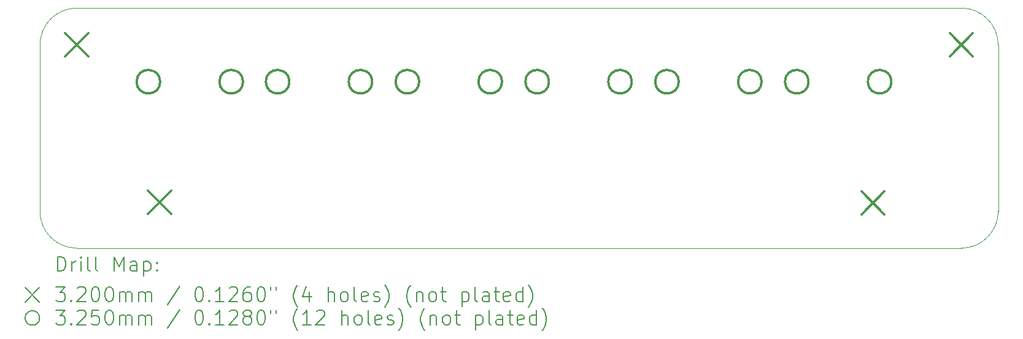
<source format=gbr>
%TF.GenerationSoftware,KiCad,Pcbnew,7.0.1*%
%TF.CreationDate,2023-07-05T16:18:23-05:00*%
%TF.ProjectId,pn5180 mcp23008 breakout board,706e3531-3830-4206-9d63-703233303038,rev?*%
%TF.SameCoordinates,Original*%
%TF.FileFunction,Drillmap*%
%TF.FilePolarity,Positive*%
%FSLAX45Y45*%
G04 Gerber Fmt 4.5, Leading zero omitted, Abs format (unit mm)*
G04 Created by KiCad (PCBNEW 7.0.1) date 2023-07-05 16:18:23*
%MOMM*%
%LPD*%
G01*
G04 APERTURE LIST*
%ADD10C,0.100000*%
%ADD11C,0.200000*%
%ADD12C,0.320000*%
%ADD13C,0.325000*%
G04 APERTURE END LIST*
D10*
X21069300Y-10795000D02*
X8864600Y-10795000D01*
X8356600Y-7988300D02*
X8356600Y-10287000D01*
X8864600Y-7480300D02*
X21069300Y-7480300D01*
X21577300Y-7988300D02*
X21577300Y-10287000D01*
X21577300Y-7988300D02*
G75*
G03*
X21069300Y-7480300I-508000J0D01*
G01*
X8864600Y-7480300D02*
G75*
G03*
X8356600Y-7988300I0J-508000D01*
G01*
X8356600Y-10287000D02*
G75*
G03*
X8864600Y-10795000I508000J0D01*
G01*
X21069300Y-10795000D02*
G75*
G03*
X21577300Y-10287000I0J508000D01*
G01*
D11*
D12*
X8704600Y-7828300D02*
X9024600Y-8148300D01*
X9024600Y-7828300D02*
X8704600Y-8148300D01*
X9847600Y-10000000D02*
X10167600Y-10320000D01*
X10167600Y-10000000D02*
X9847600Y-10320000D01*
X19690100Y-10012700D02*
X20010100Y-10332700D01*
X20010100Y-10012700D02*
X19690100Y-10332700D01*
X20909300Y-7828300D02*
X21229300Y-8148300D01*
X21229300Y-7828300D02*
X20909300Y-8148300D01*
D13*
X10015400Y-8496500D02*
G75*
G03*
X10015400Y-8496500I-162500J0D01*
G01*
X11158400Y-8496500D02*
G75*
G03*
X11158400Y-8496500I-162500J0D01*
G01*
X11798000Y-8496500D02*
G75*
G03*
X11798000Y-8496500I-162500J0D01*
G01*
X12941000Y-8496500D02*
G75*
G03*
X12941000Y-8496500I-162500J0D01*
G01*
X13588700Y-8496500D02*
G75*
G03*
X13588700Y-8496500I-162500J0D01*
G01*
X14731700Y-8496500D02*
G75*
G03*
X14731700Y-8496500I-162500J0D01*
G01*
X15379400Y-8496500D02*
G75*
G03*
X15379400Y-8496500I-162500J0D01*
G01*
X16522400Y-8496500D02*
G75*
G03*
X16522400Y-8496500I-162500J0D01*
G01*
X17170100Y-8496500D02*
G75*
G03*
X17170100Y-8496500I-162500J0D01*
G01*
X18313100Y-8496500D02*
G75*
G03*
X18313100Y-8496500I-162500J0D01*
G01*
X18960800Y-8496500D02*
G75*
G03*
X18960800Y-8496500I-162500J0D01*
G01*
X20103800Y-8496500D02*
G75*
G03*
X20103800Y-8496500I-162500J0D01*
G01*
D11*
X8599219Y-11112524D02*
X8599219Y-10912524D01*
X8599219Y-10912524D02*
X8646838Y-10912524D01*
X8646838Y-10912524D02*
X8675410Y-10922048D01*
X8675410Y-10922048D02*
X8694457Y-10941095D01*
X8694457Y-10941095D02*
X8703981Y-10960143D01*
X8703981Y-10960143D02*
X8713505Y-10998238D01*
X8713505Y-10998238D02*
X8713505Y-11026810D01*
X8713505Y-11026810D02*
X8703981Y-11064905D01*
X8703981Y-11064905D02*
X8694457Y-11083952D01*
X8694457Y-11083952D02*
X8675410Y-11103000D01*
X8675410Y-11103000D02*
X8646838Y-11112524D01*
X8646838Y-11112524D02*
X8599219Y-11112524D01*
X8799219Y-11112524D02*
X8799219Y-10979190D01*
X8799219Y-11017286D02*
X8808743Y-10998238D01*
X8808743Y-10998238D02*
X8818267Y-10988714D01*
X8818267Y-10988714D02*
X8837314Y-10979190D01*
X8837314Y-10979190D02*
X8856362Y-10979190D01*
X8923029Y-11112524D02*
X8923029Y-10979190D01*
X8923029Y-10912524D02*
X8913505Y-10922048D01*
X8913505Y-10922048D02*
X8923029Y-10931571D01*
X8923029Y-10931571D02*
X8932552Y-10922048D01*
X8932552Y-10922048D02*
X8923029Y-10912524D01*
X8923029Y-10912524D02*
X8923029Y-10931571D01*
X9046838Y-11112524D02*
X9027790Y-11103000D01*
X9027790Y-11103000D02*
X9018267Y-11083952D01*
X9018267Y-11083952D02*
X9018267Y-10912524D01*
X9151600Y-11112524D02*
X9132552Y-11103000D01*
X9132552Y-11103000D02*
X9123029Y-11083952D01*
X9123029Y-11083952D02*
X9123029Y-10912524D01*
X9380171Y-11112524D02*
X9380171Y-10912524D01*
X9380171Y-10912524D02*
X9446838Y-11055381D01*
X9446838Y-11055381D02*
X9513505Y-10912524D01*
X9513505Y-10912524D02*
X9513505Y-11112524D01*
X9694457Y-11112524D02*
X9694457Y-11007762D01*
X9694457Y-11007762D02*
X9684933Y-10988714D01*
X9684933Y-10988714D02*
X9665886Y-10979190D01*
X9665886Y-10979190D02*
X9627790Y-10979190D01*
X9627790Y-10979190D02*
X9608743Y-10988714D01*
X9694457Y-11103000D02*
X9675410Y-11112524D01*
X9675410Y-11112524D02*
X9627790Y-11112524D01*
X9627790Y-11112524D02*
X9608743Y-11103000D01*
X9608743Y-11103000D02*
X9599219Y-11083952D01*
X9599219Y-11083952D02*
X9599219Y-11064905D01*
X9599219Y-11064905D02*
X9608743Y-11045857D01*
X9608743Y-11045857D02*
X9627790Y-11036333D01*
X9627790Y-11036333D02*
X9675410Y-11036333D01*
X9675410Y-11036333D02*
X9694457Y-11026810D01*
X9789695Y-10979190D02*
X9789695Y-11179190D01*
X9789695Y-10988714D02*
X9808743Y-10979190D01*
X9808743Y-10979190D02*
X9846838Y-10979190D01*
X9846838Y-10979190D02*
X9865886Y-10988714D01*
X9865886Y-10988714D02*
X9875410Y-10998238D01*
X9875410Y-10998238D02*
X9884933Y-11017286D01*
X9884933Y-11017286D02*
X9884933Y-11074429D01*
X9884933Y-11074429D02*
X9875410Y-11093476D01*
X9875410Y-11093476D02*
X9865886Y-11103000D01*
X9865886Y-11103000D02*
X9846838Y-11112524D01*
X9846838Y-11112524D02*
X9808743Y-11112524D01*
X9808743Y-11112524D02*
X9789695Y-11103000D01*
X9970648Y-11093476D02*
X9980171Y-11103000D01*
X9980171Y-11103000D02*
X9970648Y-11112524D01*
X9970648Y-11112524D02*
X9961124Y-11103000D01*
X9961124Y-11103000D02*
X9970648Y-11093476D01*
X9970648Y-11093476D02*
X9970648Y-11112524D01*
X9970648Y-10988714D02*
X9980171Y-10998238D01*
X9980171Y-10998238D02*
X9970648Y-11007762D01*
X9970648Y-11007762D02*
X9961124Y-10998238D01*
X9961124Y-10998238D02*
X9970648Y-10988714D01*
X9970648Y-10988714D02*
X9970648Y-11007762D01*
X8151600Y-11340000D02*
X8351600Y-11540000D01*
X8351600Y-11340000D02*
X8151600Y-11540000D01*
X8580171Y-11332524D02*
X8703981Y-11332524D01*
X8703981Y-11332524D02*
X8637314Y-11408714D01*
X8637314Y-11408714D02*
X8665886Y-11408714D01*
X8665886Y-11408714D02*
X8684933Y-11418238D01*
X8684933Y-11418238D02*
X8694457Y-11427762D01*
X8694457Y-11427762D02*
X8703981Y-11446809D01*
X8703981Y-11446809D02*
X8703981Y-11494428D01*
X8703981Y-11494428D02*
X8694457Y-11513476D01*
X8694457Y-11513476D02*
X8684933Y-11523000D01*
X8684933Y-11523000D02*
X8665886Y-11532524D01*
X8665886Y-11532524D02*
X8608743Y-11532524D01*
X8608743Y-11532524D02*
X8589695Y-11523000D01*
X8589695Y-11523000D02*
X8580171Y-11513476D01*
X8789695Y-11513476D02*
X8799219Y-11523000D01*
X8799219Y-11523000D02*
X8789695Y-11532524D01*
X8789695Y-11532524D02*
X8780171Y-11523000D01*
X8780171Y-11523000D02*
X8789695Y-11513476D01*
X8789695Y-11513476D02*
X8789695Y-11532524D01*
X8875410Y-11351571D02*
X8884933Y-11342048D01*
X8884933Y-11342048D02*
X8903981Y-11332524D01*
X8903981Y-11332524D02*
X8951600Y-11332524D01*
X8951600Y-11332524D02*
X8970648Y-11342048D01*
X8970648Y-11342048D02*
X8980171Y-11351571D01*
X8980171Y-11351571D02*
X8989695Y-11370619D01*
X8989695Y-11370619D02*
X8989695Y-11389667D01*
X8989695Y-11389667D02*
X8980171Y-11418238D01*
X8980171Y-11418238D02*
X8865886Y-11532524D01*
X8865886Y-11532524D02*
X8989695Y-11532524D01*
X9113505Y-11332524D02*
X9132552Y-11332524D01*
X9132552Y-11332524D02*
X9151600Y-11342048D01*
X9151600Y-11342048D02*
X9161124Y-11351571D01*
X9161124Y-11351571D02*
X9170648Y-11370619D01*
X9170648Y-11370619D02*
X9180171Y-11408714D01*
X9180171Y-11408714D02*
X9180171Y-11456333D01*
X9180171Y-11456333D02*
X9170648Y-11494428D01*
X9170648Y-11494428D02*
X9161124Y-11513476D01*
X9161124Y-11513476D02*
X9151600Y-11523000D01*
X9151600Y-11523000D02*
X9132552Y-11532524D01*
X9132552Y-11532524D02*
X9113505Y-11532524D01*
X9113505Y-11532524D02*
X9094457Y-11523000D01*
X9094457Y-11523000D02*
X9084933Y-11513476D01*
X9084933Y-11513476D02*
X9075410Y-11494428D01*
X9075410Y-11494428D02*
X9065886Y-11456333D01*
X9065886Y-11456333D02*
X9065886Y-11408714D01*
X9065886Y-11408714D02*
X9075410Y-11370619D01*
X9075410Y-11370619D02*
X9084933Y-11351571D01*
X9084933Y-11351571D02*
X9094457Y-11342048D01*
X9094457Y-11342048D02*
X9113505Y-11332524D01*
X9303981Y-11332524D02*
X9323029Y-11332524D01*
X9323029Y-11332524D02*
X9342076Y-11342048D01*
X9342076Y-11342048D02*
X9351600Y-11351571D01*
X9351600Y-11351571D02*
X9361124Y-11370619D01*
X9361124Y-11370619D02*
X9370648Y-11408714D01*
X9370648Y-11408714D02*
X9370648Y-11456333D01*
X9370648Y-11456333D02*
X9361124Y-11494428D01*
X9361124Y-11494428D02*
X9351600Y-11513476D01*
X9351600Y-11513476D02*
X9342076Y-11523000D01*
X9342076Y-11523000D02*
X9323029Y-11532524D01*
X9323029Y-11532524D02*
X9303981Y-11532524D01*
X9303981Y-11532524D02*
X9284933Y-11523000D01*
X9284933Y-11523000D02*
X9275410Y-11513476D01*
X9275410Y-11513476D02*
X9265886Y-11494428D01*
X9265886Y-11494428D02*
X9256362Y-11456333D01*
X9256362Y-11456333D02*
X9256362Y-11408714D01*
X9256362Y-11408714D02*
X9265886Y-11370619D01*
X9265886Y-11370619D02*
X9275410Y-11351571D01*
X9275410Y-11351571D02*
X9284933Y-11342048D01*
X9284933Y-11342048D02*
X9303981Y-11332524D01*
X9456362Y-11532524D02*
X9456362Y-11399190D01*
X9456362Y-11418238D02*
X9465886Y-11408714D01*
X9465886Y-11408714D02*
X9484933Y-11399190D01*
X9484933Y-11399190D02*
X9513505Y-11399190D01*
X9513505Y-11399190D02*
X9532552Y-11408714D01*
X9532552Y-11408714D02*
X9542076Y-11427762D01*
X9542076Y-11427762D02*
X9542076Y-11532524D01*
X9542076Y-11427762D02*
X9551600Y-11408714D01*
X9551600Y-11408714D02*
X9570648Y-11399190D01*
X9570648Y-11399190D02*
X9599219Y-11399190D01*
X9599219Y-11399190D02*
X9618267Y-11408714D01*
X9618267Y-11408714D02*
X9627791Y-11427762D01*
X9627791Y-11427762D02*
X9627791Y-11532524D01*
X9723029Y-11532524D02*
X9723029Y-11399190D01*
X9723029Y-11418238D02*
X9732552Y-11408714D01*
X9732552Y-11408714D02*
X9751600Y-11399190D01*
X9751600Y-11399190D02*
X9780172Y-11399190D01*
X9780172Y-11399190D02*
X9799219Y-11408714D01*
X9799219Y-11408714D02*
X9808743Y-11427762D01*
X9808743Y-11427762D02*
X9808743Y-11532524D01*
X9808743Y-11427762D02*
X9818267Y-11408714D01*
X9818267Y-11408714D02*
X9837314Y-11399190D01*
X9837314Y-11399190D02*
X9865886Y-11399190D01*
X9865886Y-11399190D02*
X9884933Y-11408714D01*
X9884933Y-11408714D02*
X9894457Y-11427762D01*
X9894457Y-11427762D02*
X9894457Y-11532524D01*
X10284933Y-11323000D02*
X10113505Y-11580143D01*
X10542076Y-11332524D02*
X10561124Y-11332524D01*
X10561124Y-11332524D02*
X10580172Y-11342048D01*
X10580172Y-11342048D02*
X10589695Y-11351571D01*
X10589695Y-11351571D02*
X10599219Y-11370619D01*
X10599219Y-11370619D02*
X10608743Y-11408714D01*
X10608743Y-11408714D02*
X10608743Y-11456333D01*
X10608743Y-11456333D02*
X10599219Y-11494428D01*
X10599219Y-11494428D02*
X10589695Y-11513476D01*
X10589695Y-11513476D02*
X10580172Y-11523000D01*
X10580172Y-11523000D02*
X10561124Y-11532524D01*
X10561124Y-11532524D02*
X10542076Y-11532524D01*
X10542076Y-11532524D02*
X10523029Y-11523000D01*
X10523029Y-11523000D02*
X10513505Y-11513476D01*
X10513505Y-11513476D02*
X10503981Y-11494428D01*
X10503981Y-11494428D02*
X10494457Y-11456333D01*
X10494457Y-11456333D02*
X10494457Y-11408714D01*
X10494457Y-11408714D02*
X10503981Y-11370619D01*
X10503981Y-11370619D02*
X10513505Y-11351571D01*
X10513505Y-11351571D02*
X10523029Y-11342048D01*
X10523029Y-11342048D02*
X10542076Y-11332524D01*
X10694457Y-11513476D02*
X10703981Y-11523000D01*
X10703981Y-11523000D02*
X10694457Y-11532524D01*
X10694457Y-11532524D02*
X10684934Y-11523000D01*
X10684934Y-11523000D02*
X10694457Y-11513476D01*
X10694457Y-11513476D02*
X10694457Y-11532524D01*
X10894457Y-11532524D02*
X10780172Y-11532524D01*
X10837314Y-11532524D02*
X10837314Y-11332524D01*
X10837314Y-11332524D02*
X10818267Y-11361095D01*
X10818267Y-11361095D02*
X10799219Y-11380143D01*
X10799219Y-11380143D02*
X10780172Y-11389667D01*
X10970648Y-11351571D02*
X10980172Y-11342048D01*
X10980172Y-11342048D02*
X10999219Y-11332524D01*
X10999219Y-11332524D02*
X11046838Y-11332524D01*
X11046838Y-11332524D02*
X11065886Y-11342048D01*
X11065886Y-11342048D02*
X11075410Y-11351571D01*
X11075410Y-11351571D02*
X11084934Y-11370619D01*
X11084934Y-11370619D02*
X11084934Y-11389667D01*
X11084934Y-11389667D02*
X11075410Y-11418238D01*
X11075410Y-11418238D02*
X10961124Y-11532524D01*
X10961124Y-11532524D02*
X11084934Y-11532524D01*
X11256362Y-11332524D02*
X11218267Y-11332524D01*
X11218267Y-11332524D02*
X11199219Y-11342048D01*
X11199219Y-11342048D02*
X11189695Y-11351571D01*
X11189695Y-11351571D02*
X11170648Y-11380143D01*
X11170648Y-11380143D02*
X11161124Y-11418238D01*
X11161124Y-11418238D02*
X11161124Y-11494428D01*
X11161124Y-11494428D02*
X11170648Y-11513476D01*
X11170648Y-11513476D02*
X11180172Y-11523000D01*
X11180172Y-11523000D02*
X11199219Y-11532524D01*
X11199219Y-11532524D02*
X11237314Y-11532524D01*
X11237314Y-11532524D02*
X11256362Y-11523000D01*
X11256362Y-11523000D02*
X11265886Y-11513476D01*
X11265886Y-11513476D02*
X11275410Y-11494428D01*
X11275410Y-11494428D02*
X11275410Y-11446809D01*
X11275410Y-11446809D02*
X11265886Y-11427762D01*
X11265886Y-11427762D02*
X11256362Y-11418238D01*
X11256362Y-11418238D02*
X11237314Y-11408714D01*
X11237314Y-11408714D02*
X11199219Y-11408714D01*
X11199219Y-11408714D02*
X11180172Y-11418238D01*
X11180172Y-11418238D02*
X11170648Y-11427762D01*
X11170648Y-11427762D02*
X11161124Y-11446809D01*
X11399219Y-11332524D02*
X11418267Y-11332524D01*
X11418267Y-11332524D02*
X11437314Y-11342048D01*
X11437314Y-11342048D02*
X11446838Y-11351571D01*
X11446838Y-11351571D02*
X11456362Y-11370619D01*
X11456362Y-11370619D02*
X11465886Y-11408714D01*
X11465886Y-11408714D02*
X11465886Y-11456333D01*
X11465886Y-11456333D02*
X11456362Y-11494428D01*
X11456362Y-11494428D02*
X11446838Y-11513476D01*
X11446838Y-11513476D02*
X11437314Y-11523000D01*
X11437314Y-11523000D02*
X11418267Y-11532524D01*
X11418267Y-11532524D02*
X11399219Y-11532524D01*
X11399219Y-11532524D02*
X11380172Y-11523000D01*
X11380172Y-11523000D02*
X11370648Y-11513476D01*
X11370648Y-11513476D02*
X11361124Y-11494428D01*
X11361124Y-11494428D02*
X11351600Y-11456333D01*
X11351600Y-11456333D02*
X11351600Y-11408714D01*
X11351600Y-11408714D02*
X11361124Y-11370619D01*
X11361124Y-11370619D02*
X11370648Y-11351571D01*
X11370648Y-11351571D02*
X11380172Y-11342048D01*
X11380172Y-11342048D02*
X11399219Y-11332524D01*
X11542076Y-11332524D02*
X11542076Y-11370619D01*
X11618267Y-11332524D02*
X11618267Y-11370619D01*
X11913505Y-11608714D02*
X11903981Y-11599190D01*
X11903981Y-11599190D02*
X11884934Y-11570619D01*
X11884934Y-11570619D02*
X11875410Y-11551571D01*
X11875410Y-11551571D02*
X11865886Y-11523000D01*
X11865886Y-11523000D02*
X11856362Y-11475381D01*
X11856362Y-11475381D02*
X11856362Y-11437286D01*
X11856362Y-11437286D02*
X11865886Y-11389667D01*
X11865886Y-11389667D02*
X11875410Y-11361095D01*
X11875410Y-11361095D02*
X11884934Y-11342048D01*
X11884934Y-11342048D02*
X11903981Y-11313476D01*
X11903981Y-11313476D02*
X11913505Y-11303952D01*
X12075410Y-11399190D02*
X12075410Y-11532524D01*
X12027791Y-11323000D02*
X11980172Y-11465857D01*
X11980172Y-11465857D02*
X12103981Y-11465857D01*
X12332553Y-11532524D02*
X12332553Y-11332524D01*
X12418267Y-11532524D02*
X12418267Y-11427762D01*
X12418267Y-11427762D02*
X12408743Y-11408714D01*
X12408743Y-11408714D02*
X12389696Y-11399190D01*
X12389696Y-11399190D02*
X12361124Y-11399190D01*
X12361124Y-11399190D02*
X12342076Y-11408714D01*
X12342076Y-11408714D02*
X12332553Y-11418238D01*
X12542076Y-11532524D02*
X12523029Y-11523000D01*
X12523029Y-11523000D02*
X12513505Y-11513476D01*
X12513505Y-11513476D02*
X12503981Y-11494428D01*
X12503981Y-11494428D02*
X12503981Y-11437286D01*
X12503981Y-11437286D02*
X12513505Y-11418238D01*
X12513505Y-11418238D02*
X12523029Y-11408714D01*
X12523029Y-11408714D02*
X12542076Y-11399190D01*
X12542076Y-11399190D02*
X12570648Y-11399190D01*
X12570648Y-11399190D02*
X12589696Y-11408714D01*
X12589696Y-11408714D02*
X12599219Y-11418238D01*
X12599219Y-11418238D02*
X12608743Y-11437286D01*
X12608743Y-11437286D02*
X12608743Y-11494428D01*
X12608743Y-11494428D02*
X12599219Y-11513476D01*
X12599219Y-11513476D02*
X12589696Y-11523000D01*
X12589696Y-11523000D02*
X12570648Y-11532524D01*
X12570648Y-11532524D02*
X12542076Y-11532524D01*
X12723029Y-11532524D02*
X12703981Y-11523000D01*
X12703981Y-11523000D02*
X12694457Y-11503952D01*
X12694457Y-11503952D02*
X12694457Y-11332524D01*
X12875410Y-11523000D02*
X12856362Y-11532524D01*
X12856362Y-11532524D02*
X12818267Y-11532524D01*
X12818267Y-11532524D02*
X12799219Y-11523000D01*
X12799219Y-11523000D02*
X12789696Y-11503952D01*
X12789696Y-11503952D02*
X12789696Y-11427762D01*
X12789696Y-11427762D02*
X12799219Y-11408714D01*
X12799219Y-11408714D02*
X12818267Y-11399190D01*
X12818267Y-11399190D02*
X12856362Y-11399190D01*
X12856362Y-11399190D02*
X12875410Y-11408714D01*
X12875410Y-11408714D02*
X12884934Y-11427762D01*
X12884934Y-11427762D02*
X12884934Y-11446809D01*
X12884934Y-11446809D02*
X12789696Y-11465857D01*
X12961124Y-11523000D02*
X12980172Y-11532524D01*
X12980172Y-11532524D02*
X13018267Y-11532524D01*
X13018267Y-11532524D02*
X13037315Y-11523000D01*
X13037315Y-11523000D02*
X13046838Y-11503952D01*
X13046838Y-11503952D02*
X13046838Y-11494428D01*
X13046838Y-11494428D02*
X13037315Y-11475381D01*
X13037315Y-11475381D02*
X13018267Y-11465857D01*
X13018267Y-11465857D02*
X12989696Y-11465857D01*
X12989696Y-11465857D02*
X12970648Y-11456333D01*
X12970648Y-11456333D02*
X12961124Y-11437286D01*
X12961124Y-11437286D02*
X12961124Y-11427762D01*
X12961124Y-11427762D02*
X12970648Y-11408714D01*
X12970648Y-11408714D02*
X12989696Y-11399190D01*
X12989696Y-11399190D02*
X13018267Y-11399190D01*
X13018267Y-11399190D02*
X13037315Y-11408714D01*
X13113505Y-11608714D02*
X13123029Y-11599190D01*
X13123029Y-11599190D02*
X13142077Y-11570619D01*
X13142077Y-11570619D02*
X13151600Y-11551571D01*
X13151600Y-11551571D02*
X13161124Y-11523000D01*
X13161124Y-11523000D02*
X13170648Y-11475381D01*
X13170648Y-11475381D02*
X13170648Y-11437286D01*
X13170648Y-11437286D02*
X13161124Y-11389667D01*
X13161124Y-11389667D02*
X13151600Y-11361095D01*
X13151600Y-11361095D02*
X13142077Y-11342048D01*
X13142077Y-11342048D02*
X13123029Y-11313476D01*
X13123029Y-11313476D02*
X13113505Y-11303952D01*
X13475410Y-11608714D02*
X13465886Y-11599190D01*
X13465886Y-11599190D02*
X13446838Y-11570619D01*
X13446838Y-11570619D02*
X13437315Y-11551571D01*
X13437315Y-11551571D02*
X13427791Y-11523000D01*
X13427791Y-11523000D02*
X13418267Y-11475381D01*
X13418267Y-11475381D02*
X13418267Y-11437286D01*
X13418267Y-11437286D02*
X13427791Y-11389667D01*
X13427791Y-11389667D02*
X13437315Y-11361095D01*
X13437315Y-11361095D02*
X13446838Y-11342048D01*
X13446838Y-11342048D02*
X13465886Y-11313476D01*
X13465886Y-11313476D02*
X13475410Y-11303952D01*
X13551600Y-11399190D02*
X13551600Y-11532524D01*
X13551600Y-11418238D02*
X13561124Y-11408714D01*
X13561124Y-11408714D02*
X13580172Y-11399190D01*
X13580172Y-11399190D02*
X13608743Y-11399190D01*
X13608743Y-11399190D02*
X13627791Y-11408714D01*
X13627791Y-11408714D02*
X13637315Y-11427762D01*
X13637315Y-11427762D02*
X13637315Y-11532524D01*
X13761124Y-11532524D02*
X13742077Y-11523000D01*
X13742077Y-11523000D02*
X13732553Y-11513476D01*
X13732553Y-11513476D02*
X13723029Y-11494428D01*
X13723029Y-11494428D02*
X13723029Y-11437286D01*
X13723029Y-11437286D02*
X13732553Y-11418238D01*
X13732553Y-11418238D02*
X13742077Y-11408714D01*
X13742077Y-11408714D02*
X13761124Y-11399190D01*
X13761124Y-11399190D02*
X13789696Y-11399190D01*
X13789696Y-11399190D02*
X13808743Y-11408714D01*
X13808743Y-11408714D02*
X13818267Y-11418238D01*
X13818267Y-11418238D02*
X13827791Y-11437286D01*
X13827791Y-11437286D02*
X13827791Y-11494428D01*
X13827791Y-11494428D02*
X13818267Y-11513476D01*
X13818267Y-11513476D02*
X13808743Y-11523000D01*
X13808743Y-11523000D02*
X13789696Y-11532524D01*
X13789696Y-11532524D02*
X13761124Y-11532524D01*
X13884934Y-11399190D02*
X13961124Y-11399190D01*
X13913505Y-11332524D02*
X13913505Y-11503952D01*
X13913505Y-11503952D02*
X13923029Y-11523000D01*
X13923029Y-11523000D02*
X13942077Y-11532524D01*
X13942077Y-11532524D02*
X13961124Y-11532524D01*
X14180172Y-11399190D02*
X14180172Y-11599190D01*
X14180172Y-11408714D02*
X14199219Y-11399190D01*
X14199219Y-11399190D02*
X14237315Y-11399190D01*
X14237315Y-11399190D02*
X14256362Y-11408714D01*
X14256362Y-11408714D02*
X14265886Y-11418238D01*
X14265886Y-11418238D02*
X14275410Y-11437286D01*
X14275410Y-11437286D02*
X14275410Y-11494428D01*
X14275410Y-11494428D02*
X14265886Y-11513476D01*
X14265886Y-11513476D02*
X14256362Y-11523000D01*
X14256362Y-11523000D02*
X14237315Y-11532524D01*
X14237315Y-11532524D02*
X14199219Y-11532524D01*
X14199219Y-11532524D02*
X14180172Y-11523000D01*
X14389696Y-11532524D02*
X14370648Y-11523000D01*
X14370648Y-11523000D02*
X14361124Y-11503952D01*
X14361124Y-11503952D02*
X14361124Y-11332524D01*
X14551600Y-11532524D02*
X14551600Y-11427762D01*
X14551600Y-11427762D02*
X14542077Y-11408714D01*
X14542077Y-11408714D02*
X14523029Y-11399190D01*
X14523029Y-11399190D02*
X14484934Y-11399190D01*
X14484934Y-11399190D02*
X14465886Y-11408714D01*
X14551600Y-11523000D02*
X14532553Y-11532524D01*
X14532553Y-11532524D02*
X14484934Y-11532524D01*
X14484934Y-11532524D02*
X14465886Y-11523000D01*
X14465886Y-11523000D02*
X14456362Y-11503952D01*
X14456362Y-11503952D02*
X14456362Y-11484905D01*
X14456362Y-11484905D02*
X14465886Y-11465857D01*
X14465886Y-11465857D02*
X14484934Y-11456333D01*
X14484934Y-11456333D02*
X14532553Y-11456333D01*
X14532553Y-11456333D02*
X14551600Y-11446809D01*
X14618267Y-11399190D02*
X14694458Y-11399190D01*
X14646839Y-11332524D02*
X14646839Y-11503952D01*
X14646839Y-11503952D02*
X14656362Y-11523000D01*
X14656362Y-11523000D02*
X14675410Y-11532524D01*
X14675410Y-11532524D02*
X14694458Y-11532524D01*
X14837315Y-11523000D02*
X14818267Y-11532524D01*
X14818267Y-11532524D02*
X14780172Y-11532524D01*
X14780172Y-11532524D02*
X14761124Y-11523000D01*
X14761124Y-11523000D02*
X14751600Y-11503952D01*
X14751600Y-11503952D02*
X14751600Y-11427762D01*
X14751600Y-11427762D02*
X14761124Y-11408714D01*
X14761124Y-11408714D02*
X14780172Y-11399190D01*
X14780172Y-11399190D02*
X14818267Y-11399190D01*
X14818267Y-11399190D02*
X14837315Y-11408714D01*
X14837315Y-11408714D02*
X14846839Y-11427762D01*
X14846839Y-11427762D02*
X14846839Y-11446809D01*
X14846839Y-11446809D02*
X14751600Y-11465857D01*
X15018267Y-11532524D02*
X15018267Y-11332524D01*
X15018267Y-11523000D02*
X14999220Y-11532524D01*
X14999220Y-11532524D02*
X14961124Y-11532524D01*
X14961124Y-11532524D02*
X14942077Y-11523000D01*
X14942077Y-11523000D02*
X14932553Y-11513476D01*
X14932553Y-11513476D02*
X14923029Y-11494428D01*
X14923029Y-11494428D02*
X14923029Y-11437286D01*
X14923029Y-11437286D02*
X14932553Y-11418238D01*
X14932553Y-11418238D02*
X14942077Y-11408714D01*
X14942077Y-11408714D02*
X14961124Y-11399190D01*
X14961124Y-11399190D02*
X14999220Y-11399190D01*
X14999220Y-11399190D02*
X15018267Y-11408714D01*
X15094458Y-11608714D02*
X15103981Y-11599190D01*
X15103981Y-11599190D02*
X15123029Y-11570619D01*
X15123029Y-11570619D02*
X15132553Y-11551571D01*
X15132553Y-11551571D02*
X15142077Y-11523000D01*
X15142077Y-11523000D02*
X15151600Y-11475381D01*
X15151600Y-11475381D02*
X15151600Y-11437286D01*
X15151600Y-11437286D02*
X15142077Y-11389667D01*
X15142077Y-11389667D02*
X15132553Y-11361095D01*
X15132553Y-11361095D02*
X15123029Y-11342048D01*
X15123029Y-11342048D02*
X15103981Y-11313476D01*
X15103981Y-11313476D02*
X15094458Y-11303952D01*
X8351600Y-11760000D02*
G75*
G03*
X8351600Y-11760000I-100000J0D01*
G01*
X8580171Y-11652524D02*
X8703981Y-11652524D01*
X8703981Y-11652524D02*
X8637314Y-11728714D01*
X8637314Y-11728714D02*
X8665886Y-11728714D01*
X8665886Y-11728714D02*
X8684933Y-11738238D01*
X8684933Y-11738238D02*
X8694457Y-11747762D01*
X8694457Y-11747762D02*
X8703981Y-11766809D01*
X8703981Y-11766809D02*
X8703981Y-11814428D01*
X8703981Y-11814428D02*
X8694457Y-11833476D01*
X8694457Y-11833476D02*
X8684933Y-11843000D01*
X8684933Y-11843000D02*
X8665886Y-11852524D01*
X8665886Y-11852524D02*
X8608743Y-11852524D01*
X8608743Y-11852524D02*
X8589695Y-11843000D01*
X8589695Y-11843000D02*
X8580171Y-11833476D01*
X8789695Y-11833476D02*
X8799219Y-11843000D01*
X8799219Y-11843000D02*
X8789695Y-11852524D01*
X8789695Y-11852524D02*
X8780171Y-11843000D01*
X8780171Y-11843000D02*
X8789695Y-11833476D01*
X8789695Y-11833476D02*
X8789695Y-11852524D01*
X8875410Y-11671571D02*
X8884933Y-11662048D01*
X8884933Y-11662048D02*
X8903981Y-11652524D01*
X8903981Y-11652524D02*
X8951600Y-11652524D01*
X8951600Y-11652524D02*
X8970648Y-11662048D01*
X8970648Y-11662048D02*
X8980171Y-11671571D01*
X8980171Y-11671571D02*
X8989695Y-11690619D01*
X8989695Y-11690619D02*
X8989695Y-11709667D01*
X8989695Y-11709667D02*
X8980171Y-11738238D01*
X8980171Y-11738238D02*
X8865886Y-11852524D01*
X8865886Y-11852524D02*
X8989695Y-11852524D01*
X9170648Y-11652524D02*
X9075410Y-11652524D01*
X9075410Y-11652524D02*
X9065886Y-11747762D01*
X9065886Y-11747762D02*
X9075410Y-11738238D01*
X9075410Y-11738238D02*
X9094457Y-11728714D01*
X9094457Y-11728714D02*
X9142076Y-11728714D01*
X9142076Y-11728714D02*
X9161124Y-11738238D01*
X9161124Y-11738238D02*
X9170648Y-11747762D01*
X9170648Y-11747762D02*
X9180171Y-11766809D01*
X9180171Y-11766809D02*
X9180171Y-11814428D01*
X9180171Y-11814428D02*
X9170648Y-11833476D01*
X9170648Y-11833476D02*
X9161124Y-11843000D01*
X9161124Y-11843000D02*
X9142076Y-11852524D01*
X9142076Y-11852524D02*
X9094457Y-11852524D01*
X9094457Y-11852524D02*
X9075410Y-11843000D01*
X9075410Y-11843000D02*
X9065886Y-11833476D01*
X9303981Y-11652524D02*
X9323029Y-11652524D01*
X9323029Y-11652524D02*
X9342076Y-11662048D01*
X9342076Y-11662048D02*
X9351600Y-11671571D01*
X9351600Y-11671571D02*
X9361124Y-11690619D01*
X9361124Y-11690619D02*
X9370648Y-11728714D01*
X9370648Y-11728714D02*
X9370648Y-11776333D01*
X9370648Y-11776333D02*
X9361124Y-11814428D01*
X9361124Y-11814428D02*
X9351600Y-11833476D01*
X9351600Y-11833476D02*
X9342076Y-11843000D01*
X9342076Y-11843000D02*
X9323029Y-11852524D01*
X9323029Y-11852524D02*
X9303981Y-11852524D01*
X9303981Y-11852524D02*
X9284933Y-11843000D01*
X9284933Y-11843000D02*
X9275410Y-11833476D01*
X9275410Y-11833476D02*
X9265886Y-11814428D01*
X9265886Y-11814428D02*
X9256362Y-11776333D01*
X9256362Y-11776333D02*
X9256362Y-11728714D01*
X9256362Y-11728714D02*
X9265886Y-11690619D01*
X9265886Y-11690619D02*
X9275410Y-11671571D01*
X9275410Y-11671571D02*
X9284933Y-11662048D01*
X9284933Y-11662048D02*
X9303981Y-11652524D01*
X9456362Y-11852524D02*
X9456362Y-11719190D01*
X9456362Y-11738238D02*
X9465886Y-11728714D01*
X9465886Y-11728714D02*
X9484933Y-11719190D01*
X9484933Y-11719190D02*
X9513505Y-11719190D01*
X9513505Y-11719190D02*
X9532552Y-11728714D01*
X9532552Y-11728714D02*
X9542076Y-11747762D01*
X9542076Y-11747762D02*
X9542076Y-11852524D01*
X9542076Y-11747762D02*
X9551600Y-11728714D01*
X9551600Y-11728714D02*
X9570648Y-11719190D01*
X9570648Y-11719190D02*
X9599219Y-11719190D01*
X9599219Y-11719190D02*
X9618267Y-11728714D01*
X9618267Y-11728714D02*
X9627791Y-11747762D01*
X9627791Y-11747762D02*
X9627791Y-11852524D01*
X9723029Y-11852524D02*
X9723029Y-11719190D01*
X9723029Y-11738238D02*
X9732552Y-11728714D01*
X9732552Y-11728714D02*
X9751600Y-11719190D01*
X9751600Y-11719190D02*
X9780172Y-11719190D01*
X9780172Y-11719190D02*
X9799219Y-11728714D01*
X9799219Y-11728714D02*
X9808743Y-11747762D01*
X9808743Y-11747762D02*
X9808743Y-11852524D01*
X9808743Y-11747762D02*
X9818267Y-11728714D01*
X9818267Y-11728714D02*
X9837314Y-11719190D01*
X9837314Y-11719190D02*
X9865886Y-11719190D01*
X9865886Y-11719190D02*
X9884933Y-11728714D01*
X9884933Y-11728714D02*
X9894457Y-11747762D01*
X9894457Y-11747762D02*
X9894457Y-11852524D01*
X10284933Y-11643000D02*
X10113505Y-11900143D01*
X10542076Y-11652524D02*
X10561124Y-11652524D01*
X10561124Y-11652524D02*
X10580172Y-11662048D01*
X10580172Y-11662048D02*
X10589695Y-11671571D01*
X10589695Y-11671571D02*
X10599219Y-11690619D01*
X10599219Y-11690619D02*
X10608743Y-11728714D01*
X10608743Y-11728714D02*
X10608743Y-11776333D01*
X10608743Y-11776333D02*
X10599219Y-11814428D01*
X10599219Y-11814428D02*
X10589695Y-11833476D01*
X10589695Y-11833476D02*
X10580172Y-11843000D01*
X10580172Y-11843000D02*
X10561124Y-11852524D01*
X10561124Y-11852524D02*
X10542076Y-11852524D01*
X10542076Y-11852524D02*
X10523029Y-11843000D01*
X10523029Y-11843000D02*
X10513505Y-11833476D01*
X10513505Y-11833476D02*
X10503981Y-11814428D01*
X10503981Y-11814428D02*
X10494457Y-11776333D01*
X10494457Y-11776333D02*
X10494457Y-11728714D01*
X10494457Y-11728714D02*
X10503981Y-11690619D01*
X10503981Y-11690619D02*
X10513505Y-11671571D01*
X10513505Y-11671571D02*
X10523029Y-11662048D01*
X10523029Y-11662048D02*
X10542076Y-11652524D01*
X10694457Y-11833476D02*
X10703981Y-11843000D01*
X10703981Y-11843000D02*
X10694457Y-11852524D01*
X10694457Y-11852524D02*
X10684934Y-11843000D01*
X10684934Y-11843000D02*
X10694457Y-11833476D01*
X10694457Y-11833476D02*
X10694457Y-11852524D01*
X10894457Y-11852524D02*
X10780172Y-11852524D01*
X10837314Y-11852524D02*
X10837314Y-11652524D01*
X10837314Y-11652524D02*
X10818267Y-11681095D01*
X10818267Y-11681095D02*
X10799219Y-11700143D01*
X10799219Y-11700143D02*
X10780172Y-11709667D01*
X10970648Y-11671571D02*
X10980172Y-11662048D01*
X10980172Y-11662048D02*
X10999219Y-11652524D01*
X10999219Y-11652524D02*
X11046838Y-11652524D01*
X11046838Y-11652524D02*
X11065886Y-11662048D01*
X11065886Y-11662048D02*
X11075410Y-11671571D01*
X11075410Y-11671571D02*
X11084934Y-11690619D01*
X11084934Y-11690619D02*
X11084934Y-11709667D01*
X11084934Y-11709667D02*
X11075410Y-11738238D01*
X11075410Y-11738238D02*
X10961124Y-11852524D01*
X10961124Y-11852524D02*
X11084934Y-11852524D01*
X11199219Y-11738238D02*
X11180172Y-11728714D01*
X11180172Y-11728714D02*
X11170648Y-11719190D01*
X11170648Y-11719190D02*
X11161124Y-11700143D01*
X11161124Y-11700143D02*
X11161124Y-11690619D01*
X11161124Y-11690619D02*
X11170648Y-11671571D01*
X11170648Y-11671571D02*
X11180172Y-11662048D01*
X11180172Y-11662048D02*
X11199219Y-11652524D01*
X11199219Y-11652524D02*
X11237314Y-11652524D01*
X11237314Y-11652524D02*
X11256362Y-11662048D01*
X11256362Y-11662048D02*
X11265886Y-11671571D01*
X11265886Y-11671571D02*
X11275410Y-11690619D01*
X11275410Y-11690619D02*
X11275410Y-11700143D01*
X11275410Y-11700143D02*
X11265886Y-11719190D01*
X11265886Y-11719190D02*
X11256362Y-11728714D01*
X11256362Y-11728714D02*
X11237314Y-11738238D01*
X11237314Y-11738238D02*
X11199219Y-11738238D01*
X11199219Y-11738238D02*
X11180172Y-11747762D01*
X11180172Y-11747762D02*
X11170648Y-11757286D01*
X11170648Y-11757286D02*
X11161124Y-11776333D01*
X11161124Y-11776333D02*
X11161124Y-11814428D01*
X11161124Y-11814428D02*
X11170648Y-11833476D01*
X11170648Y-11833476D02*
X11180172Y-11843000D01*
X11180172Y-11843000D02*
X11199219Y-11852524D01*
X11199219Y-11852524D02*
X11237314Y-11852524D01*
X11237314Y-11852524D02*
X11256362Y-11843000D01*
X11256362Y-11843000D02*
X11265886Y-11833476D01*
X11265886Y-11833476D02*
X11275410Y-11814428D01*
X11275410Y-11814428D02*
X11275410Y-11776333D01*
X11275410Y-11776333D02*
X11265886Y-11757286D01*
X11265886Y-11757286D02*
X11256362Y-11747762D01*
X11256362Y-11747762D02*
X11237314Y-11738238D01*
X11399219Y-11652524D02*
X11418267Y-11652524D01*
X11418267Y-11652524D02*
X11437314Y-11662048D01*
X11437314Y-11662048D02*
X11446838Y-11671571D01*
X11446838Y-11671571D02*
X11456362Y-11690619D01*
X11456362Y-11690619D02*
X11465886Y-11728714D01*
X11465886Y-11728714D02*
X11465886Y-11776333D01*
X11465886Y-11776333D02*
X11456362Y-11814428D01*
X11456362Y-11814428D02*
X11446838Y-11833476D01*
X11446838Y-11833476D02*
X11437314Y-11843000D01*
X11437314Y-11843000D02*
X11418267Y-11852524D01*
X11418267Y-11852524D02*
X11399219Y-11852524D01*
X11399219Y-11852524D02*
X11380172Y-11843000D01*
X11380172Y-11843000D02*
X11370648Y-11833476D01*
X11370648Y-11833476D02*
X11361124Y-11814428D01*
X11361124Y-11814428D02*
X11351600Y-11776333D01*
X11351600Y-11776333D02*
X11351600Y-11728714D01*
X11351600Y-11728714D02*
X11361124Y-11690619D01*
X11361124Y-11690619D02*
X11370648Y-11671571D01*
X11370648Y-11671571D02*
X11380172Y-11662048D01*
X11380172Y-11662048D02*
X11399219Y-11652524D01*
X11542076Y-11652524D02*
X11542076Y-11690619D01*
X11618267Y-11652524D02*
X11618267Y-11690619D01*
X11913505Y-11928714D02*
X11903981Y-11919190D01*
X11903981Y-11919190D02*
X11884934Y-11890619D01*
X11884934Y-11890619D02*
X11875410Y-11871571D01*
X11875410Y-11871571D02*
X11865886Y-11843000D01*
X11865886Y-11843000D02*
X11856362Y-11795381D01*
X11856362Y-11795381D02*
X11856362Y-11757286D01*
X11856362Y-11757286D02*
X11865886Y-11709667D01*
X11865886Y-11709667D02*
X11875410Y-11681095D01*
X11875410Y-11681095D02*
X11884934Y-11662048D01*
X11884934Y-11662048D02*
X11903981Y-11633476D01*
X11903981Y-11633476D02*
X11913505Y-11623952D01*
X12094457Y-11852524D02*
X11980172Y-11852524D01*
X12037314Y-11852524D02*
X12037314Y-11652524D01*
X12037314Y-11652524D02*
X12018267Y-11681095D01*
X12018267Y-11681095D02*
X11999219Y-11700143D01*
X11999219Y-11700143D02*
X11980172Y-11709667D01*
X12170648Y-11671571D02*
X12180172Y-11662048D01*
X12180172Y-11662048D02*
X12199219Y-11652524D01*
X12199219Y-11652524D02*
X12246838Y-11652524D01*
X12246838Y-11652524D02*
X12265886Y-11662048D01*
X12265886Y-11662048D02*
X12275410Y-11671571D01*
X12275410Y-11671571D02*
X12284934Y-11690619D01*
X12284934Y-11690619D02*
X12284934Y-11709667D01*
X12284934Y-11709667D02*
X12275410Y-11738238D01*
X12275410Y-11738238D02*
X12161124Y-11852524D01*
X12161124Y-11852524D02*
X12284934Y-11852524D01*
X12523029Y-11852524D02*
X12523029Y-11652524D01*
X12608743Y-11852524D02*
X12608743Y-11747762D01*
X12608743Y-11747762D02*
X12599219Y-11728714D01*
X12599219Y-11728714D02*
X12580172Y-11719190D01*
X12580172Y-11719190D02*
X12551600Y-11719190D01*
X12551600Y-11719190D02*
X12532553Y-11728714D01*
X12532553Y-11728714D02*
X12523029Y-11738238D01*
X12732553Y-11852524D02*
X12713505Y-11843000D01*
X12713505Y-11843000D02*
X12703981Y-11833476D01*
X12703981Y-11833476D02*
X12694457Y-11814428D01*
X12694457Y-11814428D02*
X12694457Y-11757286D01*
X12694457Y-11757286D02*
X12703981Y-11738238D01*
X12703981Y-11738238D02*
X12713505Y-11728714D01*
X12713505Y-11728714D02*
X12732553Y-11719190D01*
X12732553Y-11719190D02*
X12761124Y-11719190D01*
X12761124Y-11719190D02*
X12780172Y-11728714D01*
X12780172Y-11728714D02*
X12789696Y-11738238D01*
X12789696Y-11738238D02*
X12799219Y-11757286D01*
X12799219Y-11757286D02*
X12799219Y-11814428D01*
X12799219Y-11814428D02*
X12789696Y-11833476D01*
X12789696Y-11833476D02*
X12780172Y-11843000D01*
X12780172Y-11843000D02*
X12761124Y-11852524D01*
X12761124Y-11852524D02*
X12732553Y-11852524D01*
X12913505Y-11852524D02*
X12894457Y-11843000D01*
X12894457Y-11843000D02*
X12884934Y-11823952D01*
X12884934Y-11823952D02*
X12884934Y-11652524D01*
X13065886Y-11843000D02*
X13046838Y-11852524D01*
X13046838Y-11852524D02*
X13008743Y-11852524D01*
X13008743Y-11852524D02*
X12989696Y-11843000D01*
X12989696Y-11843000D02*
X12980172Y-11823952D01*
X12980172Y-11823952D02*
X12980172Y-11747762D01*
X12980172Y-11747762D02*
X12989696Y-11728714D01*
X12989696Y-11728714D02*
X13008743Y-11719190D01*
X13008743Y-11719190D02*
X13046838Y-11719190D01*
X13046838Y-11719190D02*
X13065886Y-11728714D01*
X13065886Y-11728714D02*
X13075410Y-11747762D01*
X13075410Y-11747762D02*
X13075410Y-11766809D01*
X13075410Y-11766809D02*
X12980172Y-11785857D01*
X13151600Y-11843000D02*
X13170648Y-11852524D01*
X13170648Y-11852524D02*
X13208743Y-11852524D01*
X13208743Y-11852524D02*
X13227791Y-11843000D01*
X13227791Y-11843000D02*
X13237315Y-11823952D01*
X13237315Y-11823952D02*
X13237315Y-11814428D01*
X13237315Y-11814428D02*
X13227791Y-11795381D01*
X13227791Y-11795381D02*
X13208743Y-11785857D01*
X13208743Y-11785857D02*
X13180172Y-11785857D01*
X13180172Y-11785857D02*
X13161124Y-11776333D01*
X13161124Y-11776333D02*
X13151600Y-11757286D01*
X13151600Y-11757286D02*
X13151600Y-11747762D01*
X13151600Y-11747762D02*
X13161124Y-11728714D01*
X13161124Y-11728714D02*
X13180172Y-11719190D01*
X13180172Y-11719190D02*
X13208743Y-11719190D01*
X13208743Y-11719190D02*
X13227791Y-11728714D01*
X13303981Y-11928714D02*
X13313505Y-11919190D01*
X13313505Y-11919190D02*
X13332553Y-11890619D01*
X13332553Y-11890619D02*
X13342077Y-11871571D01*
X13342077Y-11871571D02*
X13351600Y-11843000D01*
X13351600Y-11843000D02*
X13361124Y-11795381D01*
X13361124Y-11795381D02*
X13361124Y-11757286D01*
X13361124Y-11757286D02*
X13351600Y-11709667D01*
X13351600Y-11709667D02*
X13342077Y-11681095D01*
X13342077Y-11681095D02*
X13332553Y-11662048D01*
X13332553Y-11662048D02*
X13313505Y-11633476D01*
X13313505Y-11633476D02*
X13303981Y-11623952D01*
X13665886Y-11928714D02*
X13656362Y-11919190D01*
X13656362Y-11919190D02*
X13637315Y-11890619D01*
X13637315Y-11890619D02*
X13627791Y-11871571D01*
X13627791Y-11871571D02*
X13618267Y-11843000D01*
X13618267Y-11843000D02*
X13608743Y-11795381D01*
X13608743Y-11795381D02*
X13608743Y-11757286D01*
X13608743Y-11757286D02*
X13618267Y-11709667D01*
X13618267Y-11709667D02*
X13627791Y-11681095D01*
X13627791Y-11681095D02*
X13637315Y-11662048D01*
X13637315Y-11662048D02*
X13656362Y-11633476D01*
X13656362Y-11633476D02*
X13665886Y-11623952D01*
X13742077Y-11719190D02*
X13742077Y-11852524D01*
X13742077Y-11738238D02*
X13751600Y-11728714D01*
X13751600Y-11728714D02*
X13770648Y-11719190D01*
X13770648Y-11719190D02*
X13799219Y-11719190D01*
X13799219Y-11719190D02*
X13818267Y-11728714D01*
X13818267Y-11728714D02*
X13827791Y-11747762D01*
X13827791Y-11747762D02*
X13827791Y-11852524D01*
X13951600Y-11852524D02*
X13932553Y-11843000D01*
X13932553Y-11843000D02*
X13923029Y-11833476D01*
X13923029Y-11833476D02*
X13913505Y-11814428D01*
X13913505Y-11814428D02*
X13913505Y-11757286D01*
X13913505Y-11757286D02*
X13923029Y-11738238D01*
X13923029Y-11738238D02*
X13932553Y-11728714D01*
X13932553Y-11728714D02*
X13951600Y-11719190D01*
X13951600Y-11719190D02*
X13980172Y-11719190D01*
X13980172Y-11719190D02*
X13999219Y-11728714D01*
X13999219Y-11728714D02*
X14008743Y-11738238D01*
X14008743Y-11738238D02*
X14018267Y-11757286D01*
X14018267Y-11757286D02*
X14018267Y-11814428D01*
X14018267Y-11814428D02*
X14008743Y-11833476D01*
X14008743Y-11833476D02*
X13999219Y-11843000D01*
X13999219Y-11843000D02*
X13980172Y-11852524D01*
X13980172Y-11852524D02*
X13951600Y-11852524D01*
X14075410Y-11719190D02*
X14151600Y-11719190D01*
X14103981Y-11652524D02*
X14103981Y-11823952D01*
X14103981Y-11823952D02*
X14113505Y-11843000D01*
X14113505Y-11843000D02*
X14132553Y-11852524D01*
X14132553Y-11852524D02*
X14151600Y-11852524D01*
X14370648Y-11719190D02*
X14370648Y-11919190D01*
X14370648Y-11728714D02*
X14389696Y-11719190D01*
X14389696Y-11719190D02*
X14427791Y-11719190D01*
X14427791Y-11719190D02*
X14446839Y-11728714D01*
X14446839Y-11728714D02*
X14456362Y-11738238D01*
X14456362Y-11738238D02*
X14465886Y-11757286D01*
X14465886Y-11757286D02*
X14465886Y-11814428D01*
X14465886Y-11814428D02*
X14456362Y-11833476D01*
X14456362Y-11833476D02*
X14446839Y-11843000D01*
X14446839Y-11843000D02*
X14427791Y-11852524D01*
X14427791Y-11852524D02*
X14389696Y-11852524D01*
X14389696Y-11852524D02*
X14370648Y-11843000D01*
X14580172Y-11852524D02*
X14561124Y-11843000D01*
X14561124Y-11843000D02*
X14551600Y-11823952D01*
X14551600Y-11823952D02*
X14551600Y-11652524D01*
X14742077Y-11852524D02*
X14742077Y-11747762D01*
X14742077Y-11747762D02*
X14732553Y-11728714D01*
X14732553Y-11728714D02*
X14713505Y-11719190D01*
X14713505Y-11719190D02*
X14675410Y-11719190D01*
X14675410Y-11719190D02*
X14656362Y-11728714D01*
X14742077Y-11843000D02*
X14723029Y-11852524D01*
X14723029Y-11852524D02*
X14675410Y-11852524D01*
X14675410Y-11852524D02*
X14656362Y-11843000D01*
X14656362Y-11843000D02*
X14646839Y-11823952D01*
X14646839Y-11823952D02*
X14646839Y-11804905D01*
X14646839Y-11804905D02*
X14656362Y-11785857D01*
X14656362Y-11785857D02*
X14675410Y-11776333D01*
X14675410Y-11776333D02*
X14723029Y-11776333D01*
X14723029Y-11776333D02*
X14742077Y-11766809D01*
X14808743Y-11719190D02*
X14884934Y-11719190D01*
X14837315Y-11652524D02*
X14837315Y-11823952D01*
X14837315Y-11823952D02*
X14846839Y-11843000D01*
X14846839Y-11843000D02*
X14865886Y-11852524D01*
X14865886Y-11852524D02*
X14884934Y-11852524D01*
X15027791Y-11843000D02*
X15008743Y-11852524D01*
X15008743Y-11852524D02*
X14970648Y-11852524D01*
X14970648Y-11852524D02*
X14951600Y-11843000D01*
X14951600Y-11843000D02*
X14942077Y-11823952D01*
X14942077Y-11823952D02*
X14942077Y-11747762D01*
X14942077Y-11747762D02*
X14951600Y-11728714D01*
X14951600Y-11728714D02*
X14970648Y-11719190D01*
X14970648Y-11719190D02*
X15008743Y-11719190D01*
X15008743Y-11719190D02*
X15027791Y-11728714D01*
X15027791Y-11728714D02*
X15037315Y-11747762D01*
X15037315Y-11747762D02*
X15037315Y-11766809D01*
X15037315Y-11766809D02*
X14942077Y-11785857D01*
X15208743Y-11852524D02*
X15208743Y-11652524D01*
X15208743Y-11843000D02*
X15189696Y-11852524D01*
X15189696Y-11852524D02*
X15151600Y-11852524D01*
X15151600Y-11852524D02*
X15132553Y-11843000D01*
X15132553Y-11843000D02*
X15123029Y-11833476D01*
X15123029Y-11833476D02*
X15113505Y-11814428D01*
X15113505Y-11814428D02*
X15113505Y-11757286D01*
X15113505Y-11757286D02*
X15123029Y-11738238D01*
X15123029Y-11738238D02*
X15132553Y-11728714D01*
X15132553Y-11728714D02*
X15151600Y-11719190D01*
X15151600Y-11719190D02*
X15189696Y-11719190D01*
X15189696Y-11719190D02*
X15208743Y-11728714D01*
X15284934Y-11928714D02*
X15294458Y-11919190D01*
X15294458Y-11919190D02*
X15313505Y-11890619D01*
X15313505Y-11890619D02*
X15323029Y-11871571D01*
X15323029Y-11871571D02*
X15332553Y-11843000D01*
X15332553Y-11843000D02*
X15342077Y-11795381D01*
X15342077Y-11795381D02*
X15342077Y-11757286D01*
X15342077Y-11757286D02*
X15332553Y-11709667D01*
X15332553Y-11709667D02*
X15323029Y-11681095D01*
X15323029Y-11681095D02*
X15313505Y-11662048D01*
X15313505Y-11662048D02*
X15294458Y-11633476D01*
X15294458Y-11633476D02*
X15284934Y-11623952D01*
M02*

</source>
